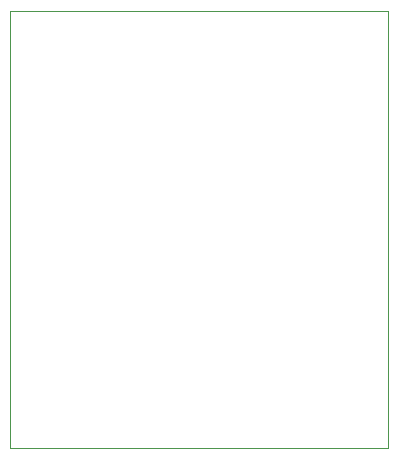
<source format=gbr>
G04 #@! TF.GenerationSoftware,KiCad,Pcbnew,(5.1.0-rc1-9-g8f320697a)*
G04 #@! TF.CreationDate,2019-03-02T18:11:08+09:00
G04 #@! TF.ProjectId,Tag_Connect_KiC,5461675f-436f-46e6-9e65-63745f4b6943,rev?*
G04 #@! TF.SameCoordinates,Original*
G04 #@! TF.FileFunction,Profile,NP*
%FSLAX46Y46*%
G04 Gerber Fmt 4.6, Leading zero omitted, Abs format (unit mm)*
G04 Created by KiCad (PCBNEW (5.1.0-rc1-9-g8f320697a)) date 2019-03-02 18:11:08*
%MOMM*%
%LPD*%
G04 APERTURE LIST*
%ADD10C,0.050000*%
G04 APERTURE END LIST*
D10*
X99000000Y-98000000D02*
X99000000Y-61000000D01*
X131000000Y-98000000D02*
X99000000Y-98000000D01*
X131000000Y-61000000D02*
X131000000Y-98000000D01*
X99000000Y-61000000D02*
X131000000Y-61000000D01*
M02*

</source>
